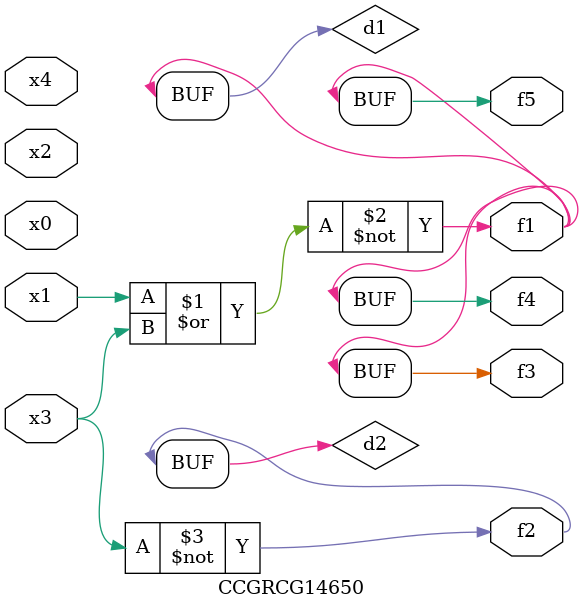
<source format=v>
module CCGRCG14650(
	input x0, x1, x2, x3, x4,
	output f1, f2, f3, f4, f5
);

	wire d1, d2;

	nor (d1, x1, x3);
	not (d2, x3);
	assign f1 = d1;
	assign f2 = d2;
	assign f3 = d1;
	assign f4 = d1;
	assign f5 = d1;
endmodule

</source>
